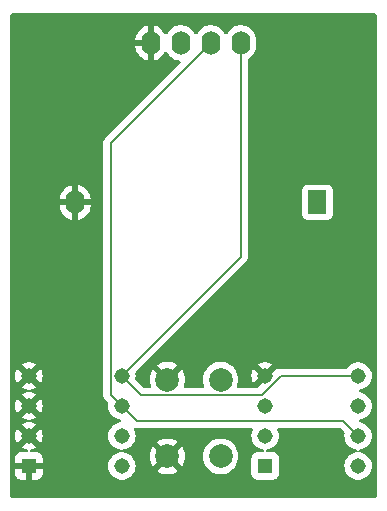
<source format=gbr>
%TF.GenerationSoftware,KiCad,Pcbnew,8.0.2-8.0.2-0~ubuntu22.04.1*%
%TF.CreationDate,2024-05-02T20:41:03+02:00*%
%TF.ProjectId,Schimpfolino_EEPROM,53636869-6d70-4666-9f6c-696e6f5f4545,rev?*%
%TF.SameCoordinates,Original*%
%TF.FileFunction,Copper,L1,Top*%
%TF.FilePolarity,Positive*%
%FSLAX46Y46*%
G04 Gerber Fmt 4.6, Leading zero omitted, Abs format (unit mm)*
G04 Created by KiCad (PCBNEW 8.0.2-8.0.2-0~ubuntu22.04.1) date 2024-05-02 20:41:03*
%MOMM*%
%LPD*%
G01*
G04 APERTURE LIST*
%TA.AperFunction,ComponentPad*%
%ADD10O,1.600000X2.000000*%
%TD*%
%TA.AperFunction,ComponentPad*%
%ADD11C,2.000000*%
%TD*%
%TA.AperFunction,ComponentPad*%
%ADD12R,1.600000X2.000000*%
%TD*%
%TA.AperFunction,ComponentPad*%
%ADD13R,1.308000X1.308000*%
%TD*%
%TA.AperFunction,ComponentPad*%
%ADD14C,1.308000*%
%TD*%
%TA.AperFunction,Conductor*%
%ADD15C,0.200000*%
%TD*%
G04 APERTURE END LIST*
D10*
%TO.P,Brd1,1,GND*%
%TO.N,GND*%
X112380000Y-53000000D03*
%TO.P,Brd1,2,VCC*%
%TO.N,+3V0*%
X114920000Y-53000000D03*
%TO.P,Brd1,3,SCL*%
%TO.N,Net-(Brd1-SCL)*%
X117460000Y-53000000D03*
%TO.P,Brd1,4,SDA*%
%TO.N,Net-(Brd1-SDA)*%
X120000000Y-53000000D03*
%TD*%
D11*
%TO.P,SW2,1,1*%
%TO.N,GND*%
X113800000Y-88000000D03*
X113800000Y-81500000D03*
%TO.P,SW2,2,2*%
%TO.N,Net-(U1-PB1)*%
X118300000Y-88000000D03*
X118300000Y-81500000D03*
%TD*%
D12*
%TO.P,BT1,1,+*%
%TO.N,+3V0*%
X126500000Y-66499879D03*
D10*
%TO.P,BT1,2,-*%
%TO.N,GND*%
X106000000Y-66499879D03*
%TD*%
D13*
%TO.P,U2,1,A0*%
%TO.N,GND*%
X102065000Y-88810000D03*
D14*
%TO.P,U2,2,A1*%
X102065000Y-86270000D03*
%TO.P,U2,3,A2*%
X102065000Y-83730000D03*
%TO.P,U2,4,GND*%
X102065000Y-81190000D03*
%TO.P,U2,5,SDA*%
%TO.N,Net-(Brd1-SDA)*%
X109935000Y-81190000D03*
%TO.P,U2,6,SCL*%
%TO.N,Net-(Brd1-SCL)*%
X109935000Y-83730000D03*
%TO.P,U2,7,WP*%
%TO.N,unconnected-(U2-WP-Pad7)*%
X109935000Y-86270000D03*
%TO.P,U2,8,VCC*%
%TO.N,+3V0*%
X109935000Y-88810000D03*
%TD*%
D13*
%TO.P,U1,1,~{RESET}/PB5*%
%TO.N,unconnected-(U1-~{RESET}{slash}PB5-Pad1)*%
X122065000Y-88810000D03*
D14*
%TO.P,U1,2,XTAL1/PB3*%
%TO.N,unconnected-(U1-XTAL1{slash}PB3-Pad2)*%
X122065000Y-86270000D03*
%TO.P,U1,3,XTAL2/PB4*%
%TO.N,unconnected-(U1-XTAL2{slash}PB4-Pad3)*%
X122065000Y-83730000D03*
%TO.P,U1,4,GND*%
%TO.N,GND*%
X122065000Y-81190000D03*
%TO.P,U1,5,AREF/PB0*%
%TO.N,Net-(Brd1-SDA)*%
X129935000Y-81190000D03*
%TO.P,U1,6,PB1*%
%TO.N,Net-(U1-PB1)*%
X129935000Y-83730000D03*
%TO.P,U1,7,PB2*%
%TO.N,Net-(Brd1-SCL)*%
X129935000Y-86270000D03*
%TO.P,U1,8,VCC*%
%TO.N,+3V0*%
X129935000Y-88810000D03*
%TD*%
D15*
%TO.N,Net-(Brd1-SDA)*%
X120000000Y-53000000D02*
X120000000Y-71125000D01*
X123414160Y-81190000D02*
X121804160Y-82800000D01*
X129935000Y-81190000D02*
X123414160Y-81190000D01*
X120000000Y-71125000D02*
X109935000Y-81190000D01*
X111545000Y-82800000D02*
X109935000Y-81190000D01*
X121804160Y-82800000D02*
X111545000Y-82800000D01*
%TO.N,Net-(Brd1-SCL)*%
X129935000Y-86270000D02*
X128665000Y-85000000D01*
X109935000Y-83730000D02*
X108981000Y-82776000D01*
X108981000Y-82776000D02*
X108981000Y-61479000D01*
X108981000Y-61479000D02*
X117460000Y-53000000D01*
X111205000Y-85000000D02*
X109935000Y-83730000D01*
X128665000Y-85000000D02*
X111205000Y-85000000D01*
%TD*%
%TA.AperFunction,Conductor*%
%TO.N,GND*%
G36*
X131442539Y-50520185D02*
G01*
X131488294Y-50572989D01*
X131499500Y-50624500D01*
X131499500Y-91375500D01*
X131479815Y-91442539D01*
X131427011Y-91488294D01*
X131375500Y-91499500D01*
X100624500Y-91499500D01*
X100557461Y-91479815D01*
X100511706Y-91427011D01*
X100500500Y-91375500D01*
X100500500Y-81189999D01*
X100906056Y-81189999D01*
X100906056Y-81190000D01*
X100925788Y-81402954D01*
X100925789Y-81402956D01*
X100984315Y-81608654D01*
X100984321Y-81608669D01*
X101079642Y-81800099D01*
X101079647Y-81800107D01*
X101088980Y-81812465D01*
X101665000Y-81236445D01*
X101665000Y-81242661D01*
X101692259Y-81344394D01*
X101744920Y-81435606D01*
X101819394Y-81510080D01*
X101910606Y-81562741D01*
X102012339Y-81590000D01*
X102018553Y-81590000D01*
X101445086Y-82163465D01*
X101548413Y-82227443D01*
X101548414Y-82227444D01*
X101747837Y-82304700D01*
X101926564Y-82338111D01*
X101988845Y-82369779D01*
X102024118Y-82430092D01*
X102021184Y-82499900D01*
X101980975Y-82557040D01*
X101926564Y-82581889D01*
X101747837Y-82615299D01*
X101548416Y-82692554D01*
X101548410Y-82692557D01*
X101445087Y-82756532D01*
X101445086Y-82756533D01*
X102018554Y-83330000D01*
X102012339Y-83330000D01*
X101910606Y-83357259D01*
X101819394Y-83409920D01*
X101744920Y-83484394D01*
X101692259Y-83575606D01*
X101665000Y-83677339D01*
X101665000Y-83683553D01*
X101088980Y-83107533D01*
X101079646Y-83119893D01*
X100984321Y-83311330D01*
X100984315Y-83311345D01*
X100925789Y-83517043D01*
X100925788Y-83517045D01*
X100906056Y-83729999D01*
X100906056Y-83730000D01*
X100925788Y-83942954D01*
X100925789Y-83942956D01*
X100984315Y-84148654D01*
X100984321Y-84148669D01*
X101079642Y-84340099D01*
X101079647Y-84340107D01*
X101088980Y-84352465D01*
X101665000Y-83776445D01*
X101665000Y-83782661D01*
X101692259Y-83884394D01*
X101744920Y-83975606D01*
X101819394Y-84050080D01*
X101910606Y-84102741D01*
X102012339Y-84130000D01*
X102018553Y-84130000D01*
X101445086Y-84703465D01*
X101548413Y-84767443D01*
X101548414Y-84767444D01*
X101747837Y-84844700D01*
X101926564Y-84878111D01*
X101988845Y-84909779D01*
X102024118Y-84970092D01*
X102021184Y-85039900D01*
X101980975Y-85097040D01*
X101926564Y-85121889D01*
X101747837Y-85155299D01*
X101548416Y-85232554D01*
X101548410Y-85232557D01*
X101445087Y-85296532D01*
X101445086Y-85296533D01*
X102018554Y-85870000D01*
X102012339Y-85870000D01*
X101910606Y-85897259D01*
X101819394Y-85949920D01*
X101744920Y-86024394D01*
X101692259Y-86115606D01*
X101665000Y-86217339D01*
X101665000Y-86223553D01*
X101088980Y-85647533D01*
X101079646Y-85659893D01*
X100984321Y-85851330D01*
X100984315Y-85851345D01*
X100925789Y-86057043D01*
X100925788Y-86057045D01*
X100906056Y-86269999D01*
X100906056Y-86270000D01*
X100925788Y-86482954D01*
X100925789Y-86482956D01*
X100984315Y-86688654D01*
X100984321Y-86688669D01*
X101079642Y-86880099D01*
X101079647Y-86880107D01*
X101088980Y-86892465D01*
X101665000Y-86316445D01*
X101665000Y-86322661D01*
X101692259Y-86424394D01*
X101744920Y-86515606D01*
X101819394Y-86590080D01*
X101910606Y-86642741D01*
X102012339Y-86670000D01*
X102018553Y-86670000D01*
X101445086Y-87243465D01*
X101548413Y-87307443D01*
X101548414Y-87307444D01*
X101747837Y-87384700D01*
X101883769Y-87410111D01*
X101946050Y-87441779D01*
X101981323Y-87502092D01*
X101978389Y-87571900D01*
X101938180Y-87629040D01*
X101873462Y-87655371D01*
X101860984Y-87656000D01*
X101363155Y-87656000D01*
X101303627Y-87662401D01*
X101303620Y-87662403D01*
X101168913Y-87712645D01*
X101168906Y-87712649D01*
X101053812Y-87798809D01*
X101053809Y-87798812D01*
X100967649Y-87913906D01*
X100967645Y-87913913D01*
X100917403Y-88048620D01*
X100917401Y-88048627D01*
X100911000Y-88108155D01*
X100911000Y-88560000D01*
X101749314Y-88560000D01*
X101744920Y-88564394D01*
X101692259Y-88655606D01*
X101665000Y-88757339D01*
X101665000Y-88862661D01*
X101692259Y-88964394D01*
X101744920Y-89055606D01*
X101749314Y-89060000D01*
X100911000Y-89060000D01*
X100911000Y-89511844D01*
X100917401Y-89571372D01*
X100917403Y-89571379D01*
X100967645Y-89706086D01*
X100967649Y-89706093D01*
X101053809Y-89821187D01*
X101053812Y-89821190D01*
X101168906Y-89907350D01*
X101168913Y-89907354D01*
X101303620Y-89957596D01*
X101303627Y-89957598D01*
X101363155Y-89963999D01*
X101363172Y-89964000D01*
X101815000Y-89964000D01*
X101815000Y-89125686D01*
X101819394Y-89130080D01*
X101910606Y-89182741D01*
X102012339Y-89210000D01*
X102117661Y-89210000D01*
X102219394Y-89182741D01*
X102310606Y-89130080D01*
X102315000Y-89125686D01*
X102315000Y-89964000D01*
X102766828Y-89964000D01*
X102766844Y-89963999D01*
X102826372Y-89957598D01*
X102826379Y-89957596D01*
X102961086Y-89907354D01*
X102961093Y-89907350D01*
X103076187Y-89821190D01*
X103076190Y-89821187D01*
X103162350Y-89706093D01*
X103162354Y-89706086D01*
X103212596Y-89571379D01*
X103212598Y-89571372D01*
X103218999Y-89511844D01*
X103219000Y-89511827D01*
X103219000Y-89060000D01*
X102380686Y-89060000D01*
X102385080Y-89055606D01*
X102437741Y-88964394D01*
X102465000Y-88862661D01*
X102465000Y-88757339D01*
X102437741Y-88655606D01*
X102385080Y-88564394D01*
X102380686Y-88560000D01*
X103219000Y-88560000D01*
X103219000Y-88108172D01*
X103218999Y-88108155D01*
X103212598Y-88048627D01*
X103212596Y-88048620D01*
X103162354Y-87913913D01*
X103162350Y-87913906D01*
X103076190Y-87798812D01*
X103076187Y-87798809D01*
X102961093Y-87712649D01*
X102961086Y-87712645D01*
X102826379Y-87662403D01*
X102826372Y-87662401D01*
X102766844Y-87656000D01*
X102269016Y-87656000D01*
X102201977Y-87636315D01*
X102156222Y-87583511D01*
X102146278Y-87514353D01*
X102175303Y-87450797D01*
X102234081Y-87413023D01*
X102246231Y-87410111D01*
X102382162Y-87384700D01*
X102581585Y-87307444D01*
X102581589Y-87307442D01*
X102684911Y-87243466D01*
X102684911Y-87243465D01*
X102111448Y-86670000D01*
X102117661Y-86670000D01*
X102219394Y-86642741D01*
X102310606Y-86590080D01*
X102385080Y-86515606D01*
X102437741Y-86424394D01*
X102465000Y-86322661D01*
X102465000Y-86316446D01*
X103041018Y-86892464D01*
X103041019Y-86892464D01*
X103050352Y-86880107D01*
X103050355Y-86880102D01*
X103145678Y-86688669D01*
X103145684Y-86688654D01*
X103204210Y-86482956D01*
X103204211Y-86482954D01*
X103223944Y-86270000D01*
X103223944Y-86269999D01*
X103204211Y-86057045D01*
X103204210Y-86057043D01*
X103145684Y-85851345D01*
X103145678Y-85851330D01*
X103050357Y-85659901D01*
X103050355Y-85659898D01*
X103041018Y-85647534D01*
X102465000Y-86223552D01*
X102465000Y-86217339D01*
X102437741Y-86115606D01*
X102385080Y-86024394D01*
X102310606Y-85949920D01*
X102219394Y-85897259D01*
X102117661Y-85870000D01*
X102111447Y-85870000D01*
X102684912Y-85296533D01*
X102581586Y-85232556D01*
X102581585Y-85232555D01*
X102382162Y-85155299D01*
X102203435Y-85121889D01*
X102141154Y-85090221D01*
X102105881Y-85029908D01*
X102108815Y-84960100D01*
X102149024Y-84902960D01*
X102203435Y-84878111D01*
X102382162Y-84844700D01*
X102581585Y-84767444D01*
X102581589Y-84767442D01*
X102684911Y-84703466D01*
X102684911Y-84703465D01*
X102111448Y-84130000D01*
X102117661Y-84130000D01*
X102219394Y-84102741D01*
X102310606Y-84050080D01*
X102385080Y-83975606D01*
X102437741Y-83884394D01*
X102465000Y-83782661D01*
X102465000Y-83776446D01*
X103041018Y-84352464D01*
X103041019Y-84352464D01*
X103050352Y-84340107D01*
X103050355Y-84340102D01*
X103145678Y-84148669D01*
X103145684Y-84148654D01*
X103204210Y-83942956D01*
X103204211Y-83942954D01*
X103223944Y-83730000D01*
X103223944Y-83729999D01*
X103204211Y-83517045D01*
X103204210Y-83517043D01*
X103145684Y-83311345D01*
X103145678Y-83311330D01*
X103050357Y-83119901D01*
X103050355Y-83119898D01*
X103041018Y-83107534D01*
X102465000Y-83683552D01*
X102465000Y-83677339D01*
X102437741Y-83575606D01*
X102385080Y-83484394D01*
X102310606Y-83409920D01*
X102219394Y-83357259D01*
X102117661Y-83330000D01*
X102111447Y-83330000D01*
X102586391Y-82855054D01*
X108380498Y-82855054D01*
X108421423Y-83007785D01*
X108435279Y-83031784D01*
X108500477Y-83144712D01*
X108500481Y-83144717D01*
X108619349Y-83263585D01*
X108619354Y-83263589D01*
X108761271Y-83405507D01*
X108794756Y-83466829D01*
X108795410Y-83511205D01*
X108795825Y-83511244D01*
X108795468Y-83515094D01*
X108795481Y-83515959D01*
X108795296Y-83516945D01*
X108775554Y-83729999D01*
X108775554Y-83730000D01*
X108795295Y-83943047D01*
X108795296Y-83943050D01*
X108853846Y-84148835D01*
X108853849Y-84148841D01*
X108923647Y-84289014D01*
X108949219Y-84340370D01*
X109078159Y-84511114D01*
X109236278Y-84655258D01*
X109236283Y-84655261D01*
X109236286Y-84655263D01*
X109418186Y-84767891D01*
X109418187Y-84767891D01*
X109418190Y-84767893D01*
X109617703Y-84845185D01*
X109793845Y-84878111D01*
X109856125Y-84909779D01*
X109891398Y-84970092D01*
X109888464Y-85039900D01*
X109848255Y-85097040D01*
X109793845Y-85121888D01*
X109617703Y-85154815D01*
X109491533Y-85203693D01*
X109418192Y-85232106D01*
X109418186Y-85232108D01*
X109236286Y-85344736D01*
X109236283Y-85344738D01*
X109236279Y-85344740D01*
X109236278Y-85344742D01*
X109209983Y-85368713D01*
X109078158Y-85488887D01*
X108949219Y-85659629D01*
X108853849Y-85851158D01*
X108853846Y-85851164D01*
X108795296Y-86056949D01*
X108795295Y-86056952D01*
X108775554Y-86269999D01*
X108775554Y-86270000D01*
X108795295Y-86483047D01*
X108795296Y-86483050D01*
X108853846Y-86688835D01*
X108853849Y-86688840D01*
X108949219Y-86880370D01*
X109078159Y-87051114D01*
X109236278Y-87195258D01*
X109236283Y-87195261D01*
X109236286Y-87195263D01*
X109418186Y-87307891D01*
X109418187Y-87307891D01*
X109418190Y-87307893D01*
X109617703Y-87385185D01*
X109793845Y-87418111D01*
X109856125Y-87449779D01*
X109891398Y-87510092D01*
X109888464Y-87579900D01*
X109848255Y-87637040D01*
X109793845Y-87661888D01*
X109617703Y-87694815D01*
X109491533Y-87743693D01*
X109418192Y-87772106D01*
X109418186Y-87772108D01*
X109236286Y-87884736D01*
X109236283Y-87884738D01*
X109236279Y-87884740D01*
X109236278Y-87884742D01*
X109109840Y-88000005D01*
X109078158Y-88028887D01*
X108949219Y-88199629D01*
X108853849Y-88391158D01*
X108853846Y-88391164D01*
X108795296Y-88596949D01*
X108795295Y-88596952D01*
X108775554Y-88809999D01*
X108775554Y-88810000D01*
X108795295Y-89023047D01*
X108795296Y-89023050D01*
X108853846Y-89228835D01*
X108853849Y-89228841D01*
X108869601Y-89260475D01*
X108949219Y-89420370D01*
X109078159Y-89591114D01*
X109236278Y-89735258D01*
X109236283Y-89735261D01*
X109236286Y-89735263D01*
X109418186Y-89847891D01*
X109418187Y-89847891D01*
X109418190Y-89847893D01*
X109617703Y-89925185D01*
X109828020Y-89964500D01*
X109828022Y-89964500D01*
X110041978Y-89964500D01*
X110041980Y-89964500D01*
X110252297Y-89925185D01*
X110451810Y-89847893D01*
X110633722Y-89735258D01*
X110791841Y-89591114D01*
X110920781Y-89420370D01*
X111016151Y-89228840D01*
X111016151Y-89228837D01*
X111016153Y-89228835D01*
X111074703Y-89023050D01*
X111074704Y-89023047D01*
X111094446Y-88810000D01*
X111094446Y-88809999D01*
X111074704Y-88596952D01*
X111074703Y-88596949D01*
X111016153Y-88391164D01*
X111016150Y-88391158D01*
X110989535Y-88337708D01*
X110920781Y-88199630D01*
X110791841Y-88028886D01*
X110760148Y-87999994D01*
X112294859Y-87999994D01*
X112294859Y-88000005D01*
X112315385Y-88247729D01*
X112315387Y-88247738D01*
X112376412Y-88488717D01*
X112476266Y-88716364D01*
X112576564Y-88869882D01*
X113276212Y-88170234D01*
X113287482Y-88212292D01*
X113359890Y-88337708D01*
X113462292Y-88440110D01*
X113587708Y-88512518D01*
X113629765Y-88523787D01*
X112929942Y-89223609D01*
X112976768Y-89260055D01*
X112976770Y-89260056D01*
X113195385Y-89378364D01*
X113195396Y-89378369D01*
X113430506Y-89459083D01*
X113675707Y-89500000D01*
X113924293Y-89500000D01*
X114169493Y-89459083D01*
X114404603Y-89378369D01*
X114404614Y-89378364D01*
X114623228Y-89260057D01*
X114623231Y-89260055D01*
X114670056Y-89223609D01*
X113970234Y-88523787D01*
X114012292Y-88512518D01*
X114137708Y-88440110D01*
X114240110Y-88337708D01*
X114312518Y-88212292D01*
X114323787Y-88170235D01*
X115023434Y-88869882D01*
X115123731Y-88716369D01*
X115223587Y-88488717D01*
X115284612Y-88247738D01*
X115284614Y-88247729D01*
X115305141Y-88000005D01*
X115305141Y-87999994D01*
X116794357Y-87999994D01*
X116794357Y-88000005D01*
X116814890Y-88247812D01*
X116814892Y-88247824D01*
X116875936Y-88488881D01*
X116975826Y-88716606D01*
X117111833Y-88924782D01*
X117111836Y-88924785D01*
X117280256Y-89107738D01*
X117476491Y-89260474D01*
X117476493Y-89260475D01*
X117694332Y-89378364D01*
X117695190Y-89378828D01*
X117816198Y-89420370D01*
X117928964Y-89459083D01*
X117930386Y-89459571D01*
X118175665Y-89500500D01*
X118424335Y-89500500D01*
X118669614Y-89459571D01*
X118904810Y-89378828D01*
X119123509Y-89260474D01*
X119319744Y-89107738D01*
X119488164Y-88924785D01*
X119624173Y-88716607D01*
X119724063Y-88488881D01*
X119785108Y-88247821D01*
X119789101Y-88199630D01*
X119805643Y-88000005D01*
X119805643Y-87999994D01*
X119785109Y-87752187D01*
X119785107Y-87752175D01*
X119724063Y-87511118D01*
X119624173Y-87283393D01*
X119488166Y-87075217D01*
X119465976Y-87051112D01*
X119319744Y-86892262D01*
X119123509Y-86739526D01*
X119123507Y-86739525D01*
X119123506Y-86739524D01*
X118904811Y-86621172D01*
X118904802Y-86621169D01*
X118669616Y-86540429D01*
X118424335Y-86499500D01*
X118175665Y-86499500D01*
X117930383Y-86540429D01*
X117695197Y-86621169D01*
X117695188Y-86621172D01*
X117476493Y-86739524D01*
X117280257Y-86892261D01*
X117111833Y-87075217D01*
X116975826Y-87283393D01*
X116875936Y-87511118D01*
X116814892Y-87752175D01*
X116814890Y-87752187D01*
X116794357Y-87999994D01*
X115305141Y-87999994D01*
X115284614Y-87752270D01*
X115284612Y-87752261D01*
X115223587Y-87511282D01*
X115123731Y-87283630D01*
X115023434Y-87130116D01*
X114323787Y-87829764D01*
X114312518Y-87787708D01*
X114240110Y-87662292D01*
X114137708Y-87559890D01*
X114012292Y-87487482D01*
X113970235Y-87476212D01*
X114670057Y-86776390D01*
X114670056Y-86776389D01*
X114623229Y-86739943D01*
X114404614Y-86621635D01*
X114404603Y-86621630D01*
X114169493Y-86540916D01*
X113924293Y-86500000D01*
X113675707Y-86500000D01*
X113430506Y-86540916D01*
X113195396Y-86621630D01*
X113195390Y-86621632D01*
X112976761Y-86739949D01*
X112929942Y-86776388D01*
X112929942Y-86776390D01*
X113629765Y-87476212D01*
X113587708Y-87487482D01*
X113462292Y-87559890D01*
X113359890Y-87662292D01*
X113287482Y-87787708D01*
X113276212Y-87829764D01*
X112576564Y-87130116D01*
X112476267Y-87283632D01*
X112376412Y-87511282D01*
X112315387Y-87752261D01*
X112315385Y-87752270D01*
X112294859Y-87999994D01*
X110760148Y-87999994D01*
X110633722Y-87884742D01*
X110633716Y-87884738D01*
X110633713Y-87884736D01*
X110451813Y-87772108D01*
X110451807Y-87772106D01*
X110252297Y-87694815D01*
X110076153Y-87661888D01*
X110013874Y-87630221D01*
X109978601Y-87569908D01*
X109981535Y-87500100D01*
X110021744Y-87442960D01*
X110076152Y-87418112D01*
X110252297Y-87385185D01*
X110451810Y-87307893D01*
X110633722Y-87195258D01*
X110791841Y-87051114D01*
X110920781Y-86880370D01*
X111016151Y-86688840D01*
X111016151Y-86688837D01*
X111016153Y-86688835D01*
X111065440Y-86515606D01*
X111074704Y-86483048D01*
X111094446Y-86270000D01*
X111074704Y-86056952D01*
X111034727Y-85916446D01*
X111016153Y-85851164D01*
X111016150Y-85851158D01*
X110977831Y-85774202D01*
X110965570Y-85705416D01*
X110992443Y-85640921D01*
X111049919Y-85601194D01*
X111119749Y-85598846D01*
X111120789Y-85599119D01*
X111125942Y-85600500D01*
X111125943Y-85600500D01*
X120908395Y-85600500D01*
X120975434Y-85620185D01*
X121021189Y-85672989D01*
X121031133Y-85742147D01*
X121019395Y-85779771D01*
X120983851Y-85851153D01*
X120983846Y-85851164D01*
X120925296Y-86056949D01*
X120925295Y-86056952D01*
X120905554Y-86269999D01*
X120905554Y-86270000D01*
X120925295Y-86483047D01*
X120925296Y-86483050D01*
X120983846Y-86688835D01*
X120983849Y-86688840D01*
X121079219Y-86880370D01*
X121208159Y-87051114D01*
X121366278Y-87195258D01*
X121366283Y-87195261D01*
X121366286Y-87195263D01*
X121548186Y-87307891D01*
X121548187Y-87307891D01*
X121548190Y-87307893D01*
X121747703Y-87385185D01*
X121878379Y-87409612D01*
X121940657Y-87441279D01*
X121975930Y-87501591D01*
X121972996Y-87571399D01*
X121932788Y-87628540D01*
X121868069Y-87654871D01*
X121855591Y-87655500D01*
X121363129Y-87655500D01*
X121363123Y-87655501D01*
X121303516Y-87661908D01*
X121168671Y-87712202D01*
X121168664Y-87712206D01*
X121053455Y-87798452D01*
X121053452Y-87798455D01*
X120967206Y-87913664D01*
X120967202Y-87913671D01*
X120916908Y-88048517D01*
X120914340Y-88072409D01*
X120910501Y-88108123D01*
X120910500Y-88108135D01*
X120910500Y-89511870D01*
X120910501Y-89511876D01*
X120916908Y-89571483D01*
X120967202Y-89706328D01*
X120967206Y-89706335D01*
X121053452Y-89821544D01*
X121053455Y-89821547D01*
X121168664Y-89907793D01*
X121168671Y-89907797D01*
X121303517Y-89958091D01*
X121303516Y-89958091D01*
X121310444Y-89958835D01*
X121363127Y-89964500D01*
X122766872Y-89964499D01*
X122826483Y-89958091D01*
X122961331Y-89907796D01*
X123076546Y-89821546D01*
X123162796Y-89706331D01*
X123213091Y-89571483D01*
X123219500Y-89511873D01*
X123219499Y-88108128D01*
X123213091Y-88048517D01*
X123205769Y-88028887D01*
X123162797Y-87913671D01*
X123162793Y-87913664D01*
X123076547Y-87798455D01*
X123076544Y-87798452D01*
X122961335Y-87712206D01*
X122961328Y-87712202D01*
X122826482Y-87661908D01*
X122826483Y-87661908D01*
X122766883Y-87655501D01*
X122766881Y-87655500D01*
X122766873Y-87655500D01*
X122766865Y-87655500D01*
X122274409Y-87655500D01*
X122207370Y-87635815D01*
X122161615Y-87583011D01*
X122151671Y-87513853D01*
X122180696Y-87450297D01*
X122239474Y-87412523D01*
X122251605Y-87409615D01*
X122382297Y-87385185D01*
X122581810Y-87307893D01*
X122763722Y-87195258D01*
X122921841Y-87051114D01*
X123050781Y-86880370D01*
X123146151Y-86688840D01*
X123146151Y-86688837D01*
X123146153Y-86688835D01*
X123195440Y-86515606D01*
X123204704Y-86483048D01*
X123224446Y-86270000D01*
X123204704Y-86056952D01*
X123164727Y-85916446D01*
X123146153Y-85851164D01*
X123146148Y-85851153D01*
X123110605Y-85779771D01*
X123098344Y-85710986D01*
X123125217Y-85646491D01*
X123182694Y-85606763D01*
X123221605Y-85600500D01*
X128364903Y-85600500D01*
X128431942Y-85620185D01*
X128452584Y-85636819D01*
X128761271Y-85945506D01*
X128794756Y-86006829D01*
X128795410Y-86051205D01*
X128795825Y-86051244D01*
X128795468Y-86055094D01*
X128795481Y-86055959D01*
X128795296Y-86056945D01*
X128775554Y-86269999D01*
X128775554Y-86270000D01*
X128795295Y-86483047D01*
X128795296Y-86483050D01*
X128853846Y-86688835D01*
X128853849Y-86688840D01*
X128949219Y-86880370D01*
X129078159Y-87051114D01*
X129236278Y-87195258D01*
X129236283Y-87195261D01*
X129236286Y-87195263D01*
X129418186Y-87307891D01*
X129418187Y-87307891D01*
X129418190Y-87307893D01*
X129617703Y-87385185D01*
X129793845Y-87418111D01*
X129856125Y-87449779D01*
X129891398Y-87510092D01*
X129888464Y-87579900D01*
X129848255Y-87637040D01*
X129793845Y-87661888D01*
X129617703Y-87694815D01*
X129491533Y-87743693D01*
X129418192Y-87772106D01*
X129418186Y-87772108D01*
X129236286Y-87884736D01*
X129236283Y-87884738D01*
X129236279Y-87884740D01*
X129236278Y-87884742D01*
X129109840Y-88000005D01*
X129078158Y-88028887D01*
X128949219Y-88199629D01*
X128853849Y-88391158D01*
X128853846Y-88391164D01*
X128795296Y-88596949D01*
X128795295Y-88596952D01*
X128775554Y-88809999D01*
X128775554Y-88810000D01*
X128795295Y-89023047D01*
X128795296Y-89023050D01*
X128853846Y-89228835D01*
X128853849Y-89228841D01*
X128869601Y-89260475D01*
X128949219Y-89420370D01*
X129078159Y-89591114D01*
X129236278Y-89735258D01*
X129236283Y-89735261D01*
X129236286Y-89735263D01*
X129418186Y-89847891D01*
X129418187Y-89847891D01*
X129418190Y-89847893D01*
X129617703Y-89925185D01*
X129828020Y-89964500D01*
X129828022Y-89964500D01*
X130041978Y-89964500D01*
X130041980Y-89964500D01*
X130252297Y-89925185D01*
X130451810Y-89847893D01*
X130633722Y-89735258D01*
X130791841Y-89591114D01*
X130920781Y-89420370D01*
X131016151Y-89228840D01*
X131016151Y-89228837D01*
X131016153Y-89228835D01*
X131074703Y-89023050D01*
X131074704Y-89023047D01*
X131094446Y-88810000D01*
X131094446Y-88809999D01*
X131074704Y-88596952D01*
X131074703Y-88596949D01*
X131016153Y-88391164D01*
X131016150Y-88391158D01*
X130989535Y-88337708D01*
X130920781Y-88199630D01*
X130791841Y-88028886D01*
X130633722Y-87884742D01*
X130633716Y-87884738D01*
X130633713Y-87884736D01*
X130451813Y-87772108D01*
X130451807Y-87772106D01*
X130252297Y-87694815D01*
X130076153Y-87661888D01*
X130013874Y-87630221D01*
X129978601Y-87569908D01*
X129981535Y-87500100D01*
X130021744Y-87442960D01*
X130076152Y-87418112D01*
X130252297Y-87385185D01*
X130451810Y-87307893D01*
X130633722Y-87195258D01*
X130791841Y-87051114D01*
X130920781Y-86880370D01*
X131016151Y-86688840D01*
X131016151Y-86688837D01*
X131016153Y-86688835D01*
X131065440Y-86515606D01*
X131074704Y-86483048D01*
X131094446Y-86270000D01*
X131074704Y-86056952D01*
X131034727Y-85916446D01*
X131016153Y-85851164D01*
X131016150Y-85851158D01*
X130946353Y-85710986D01*
X130920781Y-85659630D01*
X130791841Y-85488886D01*
X130633722Y-85344742D01*
X130633716Y-85344738D01*
X130633713Y-85344736D01*
X130451813Y-85232108D01*
X130451807Y-85232106D01*
X130252297Y-85154815D01*
X130076153Y-85121888D01*
X130013874Y-85090221D01*
X129978601Y-85029908D01*
X129981535Y-84960100D01*
X130021744Y-84902960D01*
X130076152Y-84878112D01*
X130252297Y-84845185D01*
X130451810Y-84767893D01*
X130633722Y-84655258D01*
X130791841Y-84511114D01*
X130920781Y-84340370D01*
X131016151Y-84148840D01*
X131016151Y-84148837D01*
X131016153Y-84148835D01*
X131065440Y-83975606D01*
X131074704Y-83943048D01*
X131094446Y-83730000D01*
X131074704Y-83516952D01*
X131060443Y-83466829D01*
X131016153Y-83311164D01*
X131016150Y-83311158D01*
X130992464Y-83263590D01*
X130920781Y-83119630D01*
X130791841Y-82948886D01*
X130633722Y-82804742D01*
X130633716Y-82804738D01*
X130633713Y-82804736D01*
X130451813Y-82692108D01*
X130451807Y-82692106D01*
X130444688Y-82689348D01*
X130252297Y-82614815D01*
X130076153Y-82581888D01*
X130013874Y-82550221D01*
X129978601Y-82489908D01*
X129981535Y-82420100D01*
X130021744Y-82362960D01*
X130076152Y-82338112D01*
X130252297Y-82305185D01*
X130451810Y-82227893D01*
X130633722Y-82115258D01*
X130791841Y-81971114D01*
X130920781Y-81800370D01*
X131016151Y-81608840D01*
X131016151Y-81608837D01*
X131016153Y-81608835D01*
X131067721Y-81427591D01*
X131074704Y-81403048D01*
X131094446Y-81190000D01*
X131091878Y-81162292D01*
X131074704Y-80976952D01*
X131074703Y-80976949D01*
X131016153Y-80771164D01*
X131016150Y-80771158D01*
X130985438Y-80709480D01*
X130920781Y-80579630D01*
X130791841Y-80408886D01*
X130633722Y-80264742D01*
X130633716Y-80264738D01*
X130633713Y-80264736D01*
X130451813Y-80152108D01*
X130451807Y-80152106D01*
X130252297Y-80074815D01*
X130041980Y-80035500D01*
X129828020Y-80035500D01*
X129617703Y-80074815D01*
X129498050Y-80121169D01*
X129418192Y-80152106D01*
X129418186Y-80152108D01*
X129236286Y-80264736D01*
X129236283Y-80264738D01*
X129236279Y-80264740D01*
X129236278Y-80264742D01*
X129223503Y-80276388D01*
X129078158Y-80408887D01*
X128978975Y-80540227D01*
X128922866Y-80581863D01*
X128880021Y-80589500D01*
X123500829Y-80589500D01*
X123500813Y-80589499D01*
X123493217Y-80589499D01*
X123335103Y-80589499D01*
X123184984Y-80629724D01*
X123115134Y-80628061D01*
X123057271Y-80588899D01*
X123053995Y-80584330D01*
X123053809Y-80584471D01*
X123041018Y-80567534D01*
X122465000Y-81143552D01*
X122465000Y-81137339D01*
X122437741Y-81035606D01*
X122385080Y-80944394D01*
X122310606Y-80869920D01*
X122219394Y-80817259D01*
X122117661Y-80790000D01*
X122111447Y-80790000D01*
X122684912Y-80216533D01*
X122581586Y-80152556D01*
X122581585Y-80152555D01*
X122382162Y-80075299D01*
X122171932Y-80036000D01*
X121958068Y-80036000D01*
X121747837Y-80075299D01*
X121548416Y-80152554D01*
X121548410Y-80152557D01*
X121445087Y-80216532D01*
X121445086Y-80216533D01*
X122018554Y-80790000D01*
X122012339Y-80790000D01*
X121910606Y-80817259D01*
X121819394Y-80869920D01*
X121744920Y-80944394D01*
X121692259Y-81035606D01*
X121665000Y-81137339D01*
X121665000Y-81143553D01*
X121088980Y-80567533D01*
X121079646Y-80579893D01*
X120984321Y-80771330D01*
X120984315Y-80771345D01*
X120925789Y-80977043D01*
X120925788Y-80977045D01*
X120906056Y-81189999D01*
X120906056Y-81190000D01*
X120925788Y-81402954D01*
X120925789Y-81402956D01*
X120984315Y-81608654D01*
X120984321Y-81608669D01*
X121079642Y-81800099D01*
X121079647Y-81800107D01*
X121088980Y-81812465D01*
X121665000Y-81236445D01*
X121665000Y-81242661D01*
X121692259Y-81344394D01*
X121744920Y-81435606D01*
X121819394Y-81510080D01*
X121910606Y-81562741D01*
X122012339Y-81590000D01*
X122018553Y-81590000D01*
X121445372Y-82163181D01*
X121384049Y-82196666D01*
X121357691Y-82199500D01*
X119821473Y-82199500D01*
X119754434Y-82179815D01*
X119708679Y-82127011D01*
X119698735Y-82057853D01*
X119707916Y-82025692D01*
X119724063Y-81988881D01*
X119785108Y-81747821D01*
X119788052Y-81712292D01*
X119805643Y-81500005D01*
X119805643Y-81499994D01*
X119785109Y-81252187D01*
X119785107Y-81252175D01*
X119724063Y-81011118D01*
X119624173Y-80783393D01*
X119488166Y-80575217D01*
X119455955Y-80540227D01*
X119319744Y-80392262D01*
X119123509Y-80239526D01*
X119123507Y-80239525D01*
X119123506Y-80239524D01*
X118904811Y-80121172D01*
X118904802Y-80121169D01*
X118669616Y-80040429D01*
X118424335Y-79999500D01*
X118175665Y-79999500D01*
X117930383Y-80040429D01*
X117695197Y-80121169D01*
X117695188Y-80121172D01*
X117476493Y-80239524D01*
X117280257Y-80392261D01*
X117111833Y-80575217D01*
X116975826Y-80783393D01*
X116875936Y-81011118D01*
X116814892Y-81252175D01*
X116814890Y-81252187D01*
X116794357Y-81499994D01*
X116794357Y-81500005D01*
X116814890Y-81747812D01*
X116814892Y-81747824D01*
X116875936Y-81988878D01*
X116875937Y-81988881D01*
X116892083Y-82025690D01*
X116900986Y-82094989D01*
X116871009Y-82158102D01*
X116811670Y-82194989D01*
X116778527Y-82199500D01*
X115320926Y-82199500D01*
X115253887Y-82179815D01*
X115208132Y-82127011D01*
X115198188Y-82057853D01*
X115207370Y-82025689D01*
X115223588Y-81988714D01*
X115284612Y-81747738D01*
X115284614Y-81747729D01*
X115305141Y-81500005D01*
X115305141Y-81499994D01*
X115284614Y-81252270D01*
X115284612Y-81252261D01*
X115223587Y-81011282D01*
X115123731Y-80783630D01*
X115023434Y-80630116D01*
X114323786Y-81329763D01*
X114312518Y-81287708D01*
X114240110Y-81162292D01*
X114137708Y-81059890D01*
X114012292Y-80987482D01*
X113970235Y-80976212D01*
X114670057Y-80276390D01*
X114670056Y-80276389D01*
X114623229Y-80239943D01*
X114404614Y-80121635D01*
X114404603Y-80121630D01*
X114169493Y-80040916D01*
X113924293Y-80000000D01*
X113675707Y-80000000D01*
X113430506Y-80040916D01*
X113195396Y-80121630D01*
X113195390Y-80121632D01*
X112976761Y-80239949D01*
X112929942Y-80276388D01*
X112929942Y-80276390D01*
X113629765Y-80976212D01*
X113587708Y-80987482D01*
X113462292Y-81059890D01*
X113359890Y-81162292D01*
X113287482Y-81287708D01*
X113276212Y-81329765D01*
X112576564Y-80630116D01*
X112476267Y-80783632D01*
X112376412Y-81011282D01*
X112315387Y-81252261D01*
X112315385Y-81252270D01*
X112294859Y-81499994D01*
X112294859Y-81500005D01*
X112315385Y-81747729D01*
X112315387Y-81747738D01*
X112376411Y-81988714D01*
X112392630Y-82025689D01*
X112401533Y-82094989D01*
X112371556Y-82158102D01*
X112312217Y-82194989D01*
X112279074Y-82199500D01*
X111845097Y-82199500D01*
X111778058Y-82179815D01*
X111757416Y-82163181D01*
X111108728Y-81514493D01*
X111075243Y-81453170D01*
X111074592Y-81408795D01*
X111074175Y-81408757D01*
X111074534Y-81404876D01*
X111074522Y-81404016D01*
X111074698Y-81403068D01*
X111074704Y-81403048D01*
X111094446Y-81190000D01*
X111074704Y-80976952D01*
X111074702Y-80976946D01*
X111074521Y-80975975D01*
X111074569Y-80975497D01*
X111074175Y-80971243D01*
X111075007Y-80971165D01*
X111081550Y-80906460D01*
X111108726Y-80865508D01*
X120480520Y-71493716D01*
X120559577Y-71356784D01*
X120600501Y-71204057D01*
X120600501Y-71045942D01*
X120600501Y-71038347D01*
X120600500Y-71038329D01*
X120600500Y-65452014D01*
X125199500Y-65452014D01*
X125199500Y-67547749D01*
X125199501Y-67547755D01*
X125205908Y-67607362D01*
X125256202Y-67742207D01*
X125256206Y-67742214D01*
X125342452Y-67857423D01*
X125342455Y-67857426D01*
X125457664Y-67943672D01*
X125457671Y-67943676D01*
X125592517Y-67993970D01*
X125592516Y-67993970D01*
X125599444Y-67994714D01*
X125652127Y-68000379D01*
X127347872Y-68000378D01*
X127407483Y-67993970D01*
X127542331Y-67943675D01*
X127657546Y-67857425D01*
X127743796Y-67742210D01*
X127794091Y-67607362D01*
X127800500Y-67547752D01*
X127800499Y-65452007D01*
X127794091Y-65392396D01*
X127743796Y-65257548D01*
X127743795Y-65257547D01*
X127743793Y-65257543D01*
X127657547Y-65142334D01*
X127657544Y-65142331D01*
X127542335Y-65056085D01*
X127542328Y-65056081D01*
X127407482Y-65005787D01*
X127407483Y-65005787D01*
X127347883Y-64999380D01*
X127347881Y-64999379D01*
X127347873Y-64999379D01*
X127347864Y-64999379D01*
X125652129Y-64999379D01*
X125652123Y-64999380D01*
X125592516Y-65005787D01*
X125457671Y-65056081D01*
X125457664Y-65056085D01*
X125342455Y-65142331D01*
X125342452Y-65142334D01*
X125256206Y-65257543D01*
X125256202Y-65257550D01*
X125205908Y-65392396D01*
X125199501Y-65451995D01*
X125199501Y-65452002D01*
X125199500Y-65452014D01*
X120600500Y-65452014D01*
X120600500Y-54429601D01*
X120620185Y-54362562D01*
X120668206Y-54319116D01*
X120681610Y-54312287D01*
X120847219Y-54191966D01*
X120991966Y-54047219D01*
X120991968Y-54047215D01*
X120991971Y-54047213D01*
X121044732Y-53974590D01*
X121112287Y-53881610D01*
X121205220Y-53699219D01*
X121268477Y-53504534D01*
X121300500Y-53302352D01*
X121300500Y-52697648D01*
X121269195Y-52500000D01*
X121268477Y-52495465D01*
X121239127Y-52405137D01*
X121205220Y-52300781D01*
X121205218Y-52300778D01*
X121205218Y-52300776D01*
X121112419Y-52118650D01*
X121112287Y-52118390D01*
X121104556Y-52107749D01*
X120991971Y-51952786D01*
X120847213Y-51808028D01*
X120681613Y-51687715D01*
X120681612Y-51687714D01*
X120681610Y-51687713D01*
X120624653Y-51658691D01*
X120499223Y-51594781D01*
X120304534Y-51531522D01*
X120129995Y-51503878D01*
X120102352Y-51499500D01*
X119897648Y-51499500D01*
X119873329Y-51503351D01*
X119695465Y-51531522D01*
X119500776Y-51594781D01*
X119318386Y-51687715D01*
X119152786Y-51808028D01*
X119008028Y-51952786D01*
X118887715Y-52118386D01*
X118840485Y-52211080D01*
X118792510Y-52261876D01*
X118724689Y-52278671D01*
X118658554Y-52256134D01*
X118619515Y-52211080D01*
X118572419Y-52118650D01*
X118572287Y-52118390D01*
X118564556Y-52107749D01*
X118451971Y-51952786D01*
X118307213Y-51808028D01*
X118141613Y-51687715D01*
X118141612Y-51687714D01*
X118141610Y-51687713D01*
X118084653Y-51658691D01*
X117959223Y-51594781D01*
X117764534Y-51531522D01*
X117589995Y-51503878D01*
X117562352Y-51499500D01*
X117357648Y-51499500D01*
X117333329Y-51503351D01*
X117155465Y-51531522D01*
X116960776Y-51594781D01*
X116778386Y-51687715D01*
X116612786Y-51808028D01*
X116468028Y-51952786D01*
X116347715Y-52118386D01*
X116300485Y-52211080D01*
X116252510Y-52261876D01*
X116184689Y-52278671D01*
X116118554Y-52256134D01*
X116079515Y-52211080D01*
X116032419Y-52118650D01*
X116032287Y-52118390D01*
X116024556Y-52107749D01*
X115911971Y-51952786D01*
X115767213Y-51808028D01*
X115601613Y-51687715D01*
X115601612Y-51687714D01*
X115601610Y-51687713D01*
X115544653Y-51658691D01*
X115419223Y-51594781D01*
X115224534Y-51531522D01*
X115049995Y-51503878D01*
X115022352Y-51499500D01*
X114817648Y-51499500D01*
X114793329Y-51503351D01*
X114615465Y-51531522D01*
X114420776Y-51594781D01*
X114238386Y-51687715D01*
X114072786Y-51808028D01*
X113928028Y-51952786D01*
X113807713Y-52118388D01*
X113760203Y-52211630D01*
X113712228Y-52262426D01*
X113644407Y-52279220D01*
X113578272Y-52256682D01*
X113539234Y-52211628D01*
X113491861Y-52118652D01*
X113371582Y-51953105D01*
X113371582Y-51953104D01*
X113226895Y-51808417D01*
X113061349Y-51688140D01*
X112879029Y-51595244D01*
X112684413Y-51532009D01*
X112630000Y-51523390D01*
X112630000Y-52566988D01*
X112572993Y-52534075D01*
X112445826Y-52500000D01*
X112314174Y-52500000D01*
X112187007Y-52534075D01*
X112130000Y-52566988D01*
X112130000Y-51523390D01*
X112075586Y-51532009D01*
X111880970Y-51595244D01*
X111698650Y-51688140D01*
X111533105Y-51808417D01*
X111533104Y-51808417D01*
X111388417Y-51953104D01*
X111388417Y-51953105D01*
X111268140Y-52118650D01*
X111175244Y-52300968D01*
X111112009Y-52495582D01*
X111080000Y-52697682D01*
X111080000Y-52750000D01*
X111946988Y-52750000D01*
X111914075Y-52807007D01*
X111880000Y-52934174D01*
X111880000Y-53065826D01*
X111914075Y-53192993D01*
X111946988Y-53250000D01*
X111080000Y-53250000D01*
X111080000Y-53302317D01*
X111112009Y-53504417D01*
X111175244Y-53699031D01*
X111268140Y-53881349D01*
X111388417Y-54046894D01*
X111388417Y-54046895D01*
X111533104Y-54191582D01*
X111698650Y-54311859D01*
X111880968Y-54404754D01*
X112075578Y-54467988D01*
X112130000Y-54476607D01*
X112130000Y-53433012D01*
X112187007Y-53465925D01*
X112314174Y-53500000D01*
X112445826Y-53500000D01*
X112572993Y-53465925D01*
X112630000Y-53433012D01*
X112630000Y-54476606D01*
X112684421Y-54467988D01*
X112879031Y-54404754D01*
X113061349Y-54311859D01*
X113226894Y-54191582D01*
X113226895Y-54191582D01*
X113371582Y-54046895D01*
X113371582Y-54046894D01*
X113491861Y-53881347D01*
X113539234Y-53788371D01*
X113587208Y-53737575D01*
X113655028Y-53720779D01*
X113721164Y-53743316D01*
X113760203Y-53788369D01*
X113807713Y-53881611D01*
X113928028Y-54047213D01*
X114072786Y-54191971D01*
X114227749Y-54304556D01*
X114238390Y-54312287D01*
X114319499Y-54353614D01*
X114420776Y-54405218D01*
X114420778Y-54405218D01*
X114420781Y-54405220D01*
X114450201Y-54414779D01*
X114615465Y-54468477D01*
X114666796Y-54476607D01*
X114817648Y-54500500D01*
X114817650Y-54500500D01*
X114820771Y-54500746D01*
X114821886Y-54501171D01*
X114822460Y-54501262D01*
X114822440Y-54501382D01*
X114886059Y-54525632D01*
X114927527Y-54581865D01*
X114932011Y-54651591D01*
X114898718Y-54712044D01*
X108612286Y-60998478D01*
X108500481Y-61110282D01*
X108500479Y-61110285D01*
X108450361Y-61197094D01*
X108450359Y-61197096D01*
X108421425Y-61247209D01*
X108421424Y-61247210D01*
X108421423Y-61247215D01*
X108380499Y-61399943D01*
X108380499Y-61399945D01*
X108380499Y-61568046D01*
X108380500Y-61568059D01*
X108380500Y-82689330D01*
X108380499Y-82689348D01*
X108380499Y-82855054D01*
X108380498Y-82855054D01*
X102586391Y-82855054D01*
X102684912Y-82756533D01*
X102581586Y-82692556D01*
X102581585Y-82692555D01*
X102382162Y-82615299D01*
X102203435Y-82581889D01*
X102141154Y-82550221D01*
X102105881Y-82489908D01*
X102108815Y-82420100D01*
X102149024Y-82362960D01*
X102203435Y-82338111D01*
X102382162Y-82304700D01*
X102581585Y-82227444D01*
X102581589Y-82227442D01*
X102684911Y-82163466D01*
X102684911Y-82163465D01*
X102111448Y-81590000D01*
X102117661Y-81590000D01*
X102219394Y-81562741D01*
X102310606Y-81510080D01*
X102385080Y-81435606D01*
X102437741Y-81344394D01*
X102465000Y-81242661D01*
X102465000Y-81236447D01*
X103041018Y-81812464D01*
X103041019Y-81812464D01*
X103050352Y-81800107D01*
X103050355Y-81800102D01*
X103145678Y-81608669D01*
X103145684Y-81608654D01*
X103204210Y-81402956D01*
X103204211Y-81402954D01*
X103223944Y-81190000D01*
X103223944Y-81189999D01*
X103204211Y-80977045D01*
X103204210Y-80977043D01*
X103145684Y-80771345D01*
X103145678Y-80771330D01*
X103050357Y-80579901D01*
X103050355Y-80579898D01*
X103041018Y-80567534D01*
X102465000Y-81143552D01*
X102465000Y-81137339D01*
X102437741Y-81035606D01*
X102385080Y-80944394D01*
X102310606Y-80869920D01*
X102219394Y-80817259D01*
X102117661Y-80790000D01*
X102111447Y-80790000D01*
X102684912Y-80216533D01*
X102581586Y-80152556D01*
X102581585Y-80152555D01*
X102382162Y-80075299D01*
X102171932Y-80036000D01*
X101958068Y-80036000D01*
X101747837Y-80075299D01*
X101548416Y-80152554D01*
X101548410Y-80152557D01*
X101445087Y-80216532D01*
X101445086Y-80216533D01*
X102018554Y-80790000D01*
X102012339Y-80790000D01*
X101910606Y-80817259D01*
X101819394Y-80869920D01*
X101744920Y-80944394D01*
X101692259Y-81035606D01*
X101665000Y-81137339D01*
X101665000Y-81143553D01*
X101088980Y-80567533D01*
X101079646Y-80579893D01*
X100984321Y-80771330D01*
X100984315Y-80771345D01*
X100925789Y-80977043D01*
X100925788Y-80977045D01*
X100906056Y-81189999D01*
X100500500Y-81189999D01*
X100500500Y-66197561D01*
X104700000Y-66197561D01*
X104700000Y-66249879D01*
X105653590Y-66249879D01*
X105603963Y-66335835D01*
X105575000Y-66443927D01*
X105575000Y-66555831D01*
X105603963Y-66663923D01*
X105653590Y-66749879D01*
X104700000Y-66749879D01*
X104700000Y-66802196D01*
X104732009Y-67004296D01*
X104795244Y-67198910D01*
X104888140Y-67381228D01*
X105008417Y-67546773D01*
X105008417Y-67546774D01*
X105153104Y-67691461D01*
X105318650Y-67811738D01*
X105500968Y-67904633D01*
X105695578Y-67967867D01*
X105750000Y-67976486D01*
X105750000Y-66846288D01*
X105835956Y-66895916D01*
X105944048Y-66924879D01*
X106055952Y-66924879D01*
X106164044Y-66895916D01*
X106250000Y-66846288D01*
X106250000Y-67976485D01*
X106304421Y-67967867D01*
X106499031Y-67904633D01*
X106681349Y-67811738D01*
X106846894Y-67691461D01*
X106846895Y-67691461D01*
X106991582Y-67546774D01*
X106991582Y-67546773D01*
X107111859Y-67381228D01*
X107204755Y-67198910D01*
X107267990Y-67004296D01*
X107300000Y-66802196D01*
X107300000Y-66749879D01*
X106346410Y-66749879D01*
X106396037Y-66663923D01*
X106425000Y-66555831D01*
X106425000Y-66443927D01*
X106396037Y-66335835D01*
X106346410Y-66249879D01*
X107300000Y-66249879D01*
X107300000Y-66197561D01*
X107267990Y-65995461D01*
X107204755Y-65800847D01*
X107111859Y-65618529D01*
X106991582Y-65452984D01*
X106991582Y-65452983D01*
X106846895Y-65308296D01*
X106681349Y-65188019D01*
X106499029Y-65095123D01*
X106304413Y-65031888D01*
X106250000Y-65023269D01*
X106250000Y-66153469D01*
X106164044Y-66103842D01*
X106055952Y-66074879D01*
X105944048Y-66074879D01*
X105835956Y-66103842D01*
X105750000Y-66153469D01*
X105750000Y-65023269D01*
X105695586Y-65031888D01*
X105500970Y-65095123D01*
X105318650Y-65188019D01*
X105153105Y-65308296D01*
X105153104Y-65308296D01*
X105008417Y-65452983D01*
X105008417Y-65452984D01*
X104888140Y-65618529D01*
X104795244Y-65800847D01*
X104732009Y-65995461D01*
X104700000Y-66197561D01*
X100500500Y-66197561D01*
X100500500Y-50624500D01*
X100520185Y-50557461D01*
X100572989Y-50511706D01*
X100624500Y-50500500D01*
X131375500Y-50500500D01*
X131442539Y-50520185D01*
G37*
%TD.AperFunction*%
%TD*%
M02*

</source>
